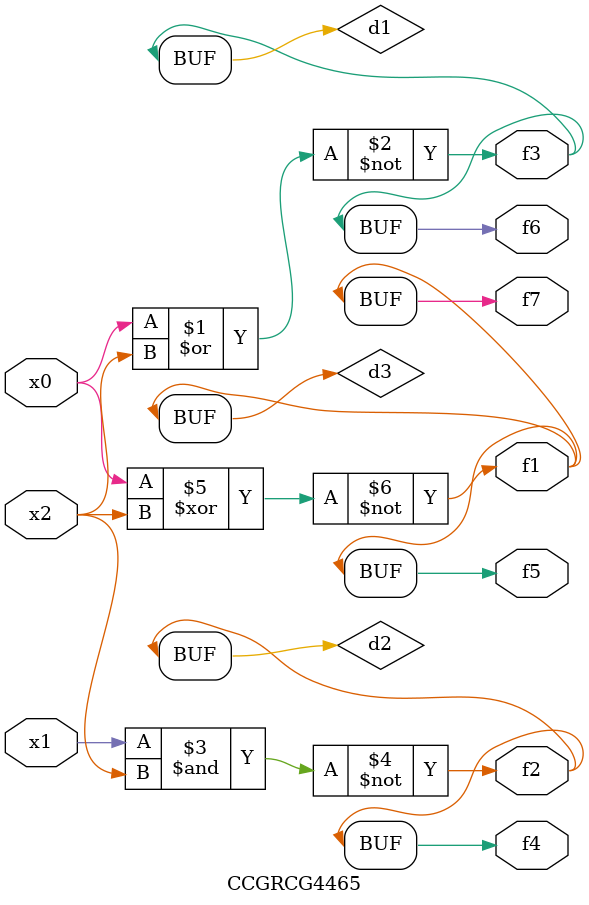
<source format=v>
module CCGRCG4465(
	input x0, x1, x2,
	output f1, f2, f3, f4, f5, f6, f7
);

	wire d1, d2, d3;

	nor (d1, x0, x2);
	nand (d2, x1, x2);
	xnor (d3, x0, x2);
	assign f1 = d3;
	assign f2 = d2;
	assign f3 = d1;
	assign f4 = d2;
	assign f5 = d3;
	assign f6 = d1;
	assign f7 = d3;
endmodule

</source>
